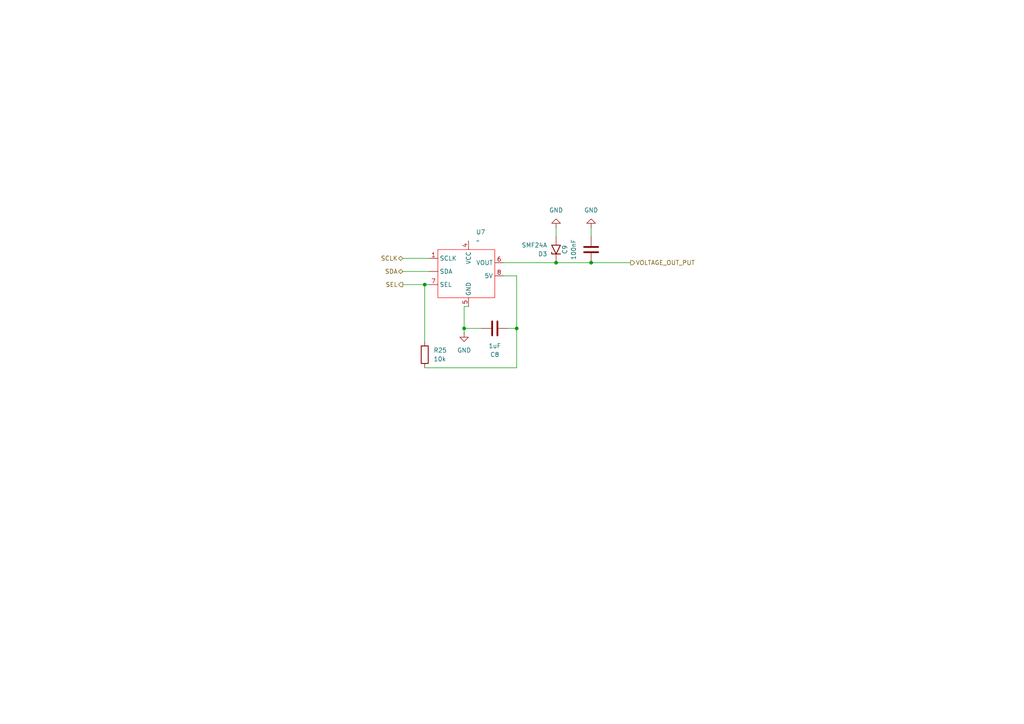
<source format=kicad_sch>
(kicad_sch
	(version 20250114)
	(generator "eeschema")
	(generator_version "9.0")
	(uuid "fa7e2a1f-5336-4079-a061-fb53b45f2363")
	(paper "A4")
	(lib_symbols
		(symbol "Device:C"
			(pin_numbers
				(hide yes)
			)
			(pin_names
				(offset 0.254)
			)
			(exclude_from_sim no)
			(in_bom yes)
			(on_board yes)
			(property "Reference" "C"
				(at 0.635 2.54 0)
				(effects
					(font
						(size 1.27 1.27)
					)
					(justify left)
				)
			)
			(property "Value" "C"
				(at 0.635 -2.54 0)
				(effects
					(font
						(size 1.27 1.27)
					)
					(justify left)
				)
			)
			(property "Footprint" ""
				(at 0.9652 -3.81 0)
				(effects
					(font
						(size 1.27 1.27)
					)
					(hide yes)
				)
			)
			(property "Datasheet" "~"
				(at 0 0 0)
				(effects
					(font
						(size 1.27 1.27)
					)
					(hide yes)
				)
			)
			(property "Description" "Unpolarized capacitor"
				(at 0 0 0)
				(effects
					(font
						(size 1.27 1.27)
					)
					(hide yes)
				)
			)
			(property "ki_keywords" "cap capacitor"
				(at 0 0 0)
				(effects
					(font
						(size 1.27 1.27)
					)
					(hide yes)
				)
			)
			(property "ki_fp_filters" "C_*"
				(at 0 0 0)
				(effects
					(font
						(size 1.27 1.27)
					)
					(hide yes)
				)
			)
			(symbol "C_0_1"
				(polyline
					(pts
						(xy -2.032 0.762) (xy 2.032 0.762)
					)
					(stroke
						(width 0.508)
						(type default)
					)
					(fill
						(type none)
					)
				)
				(polyline
					(pts
						(xy -2.032 -0.762) (xy 2.032 -0.762)
					)
					(stroke
						(width 0.508)
						(type default)
					)
					(fill
						(type none)
					)
				)
			)
			(symbol "C_1_1"
				(pin passive line
					(at 0 3.81 270)
					(length 2.794)
					(name "~"
						(effects
							(font
								(size 1.27 1.27)
							)
						)
					)
					(number "1"
						(effects
							(font
								(size 1.27 1.27)
							)
						)
					)
				)
				(pin passive line
					(at 0 -3.81 90)
					(length 2.794)
					(name "~"
						(effects
							(font
								(size 1.27 1.27)
							)
						)
					)
					(number "2"
						(effects
							(font
								(size 1.27 1.27)
							)
						)
					)
				)
			)
			(embedded_fonts no)
		)
		(symbol "Device:R"
			(pin_numbers
				(hide yes)
			)
			(pin_names
				(offset 0)
			)
			(exclude_from_sim no)
			(in_bom yes)
			(on_board yes)
			(property "Reference" "R"
				(at 2.032 0 90)
				(effects
					(font
						(size 1.27 1.27)
					)
				)
			)
			(property "Value" "R"
				(at 0 0 90)
				(effects
					(font
						(size 1.27 1.27)
					)
				)
			)
			(property "Footprint" ""
				(at -1.778 0 90)
				(effects
					(font
						(size 1.27 1.27)
					)
					(hide yes)
				)
			)
			(property "Datasheet" "~"
				(at 0 0 0)
				(effects
					(font
						(size 1.27 1.27)
					)
					(hide yes)
				)
			)
			(property "Description" "Resistor"
				(at 0 0 0)
				(effects
					(font
						(size 1.27 1.27)
					)
					(hide yes)
				)
			)
			(property "ki_keywords" "R res resistor"
				(at 0 0 0)
				(effects
					(font
						(size 1.27 1.27)
					)
					(hide yes)
				)
			)
			(property "ki_fp_filters" "R_*"
				(at 0 0 0)
				(effects
					(font
						(size 1.27 1.27)
					)
					(hide yes)
				)
			)
			(symbol "R_0_1"
				(rectangle
					(start -1.016 -2.54)
					(end 1.016 2.54)
					(stroke
						(width 0.254)
						(type default)
					)
					(fill
						(type none)
					)
				)
			)
			(symbol "R_1_1"
				(pin passive line
					(at 0 3.81 270)
					(length 1.27)
					(name "~"
						(effects
							(font
								(size 1.27 1.27)
							)
						)
					)
					(number "1"
						(effects
							(font
								(size 1.27 1.27)
							)
						)
					)
				)
				(pin passive line
					(at 0 -3.81 90)
					(length 1.27)
					(name "~"
						(effects
							(font
								(size 1.27 1.27)
							)
						)
					)
					(number "2"
						(effects
							(font
								(size 1.27 1.27)
							)
						)
					)
				)
			)
			(embedded_fonts no)
		)
		(symbol "Diode:SMF24A"
			(pin_numbers
				(hide yes)
			)
			(pin_names
				(offset 1.016)
				(hide yes)
			)
			(exclude_from_sim no)
			(in_bom yes)
			(on_board yes)
			(property "Reference" "D"
				(at 0 2.54 0)
				(effects
					(font
						(size 1.27 1.27)
					)
				)
			)
			(property "Value" "SMF24A"
				(at 0 -2.54 0)
				(effects
					(font
						(size 1.27 1.27)
					)
				)
			)
			(property "Footprint" "Diode_SMD:D_SMF"
				(at 0 -5.08 0)
				(effects
					(font
						(size 1.27 1.27)
					)
					(hide yes)
				)
			)
			(property "Datasheet" "https://www.vishay.com/doc?85881"
				(at -1.27 0 0)
				(effects
					(font
						(size 1.27 1.27)
					)
					(hide yes)
				)
			)
			(property "Description" "200W unidirectional Transil Transient Voltage Suppressor, 24Vrwm, SMF"
				(at 0 0 0)
				(effects
					(font
						(size 1.27 1.27)
					)
					(hide yes)
				)
			)
			(property "ki_keywords" "diode TVS voltage suppressor"
				(at 0 0 0)
				(effects
					(font
						(size 1.27 1.27)
					)
					(hide yes)
				)
			)
			(property "ki_fp_filters" "D*SMF*"
				(at 0 0 0)
				(effects
					(font
						(size 1.27 1.27)
					)
					(hide yes)
				)
			)
			(symbol "SMF24A_0_1"
				(polyline
					(pts
						(xy -0.762 1.27) (xy -1.27 1.27) (xy -1.27 -1.27)
					)
					(stroke
						(width 0.254)
						(type default)
					)
					(fill
						(type none)
					)
				)
				(polyline
					(pts
						(xy 1.27 1.27) (xy 1.27 -1.27) (xy -1.27 0) (xy 1.27 1.27)
					)
					(stroke
						(width 0.254)
						(type default)
					)
					(fill
						(type none)
					)
				)
			)
			(symbol "SMF24A_1_1"
				(pin passive line
					(at -3.81 0 0)
					(length 2.54)
					(name "A1"
						(effects
							(font
								(size 1.27 1.27)
							)
						)
					)
					(number "1"
						(effects
							(font
								(size 1.27 1.27)
							)
						)
					)
				)
				(pin passive line
					(at 3.81 0 180)
					(length 2.54)
					(name "A2"
						(effects
							(font
								(size 1.27 1.27)
							)
						)
					)
					(number "2"
						(effects
							(font
								(size 1.27 1.27)
							)
						)
					)
				)
			)
			(embedded_fonts no)
		)
		(symbol "flautolibrery:Relay"
			(exclude_from_sim no)
			(in_bom yes)
			(on_board yes)
			(property "Reference" "U"
				(at 0 0 0)
				(effects
					(font
						(size 1.27 1.27)
					)
				)
			)
			(property "Value" ""
				(at 0 0 0)
				(effects
					(font
						(size 1.27 1.27)
					)
				)
			)
			(property "Footprint" ""
				(at 0 0 0)
				(effects
					(font
						(size 1.27 1.27)
					)
					(hide yes)
				)
			)
			(property "Datasheet" ""
				(at 0 0 0)
				(effects
					(font
						(size 1.27 1.27)
					)
					(hide yes)
				)
			)
			(property "Description" ""
				(at 0 0 0)
				(effects
					(font
						(size 1.27 1.27)
					)
					(hide yes)
				)
			)
			(symbol "Relay_0_1"
				(rectangle
					(start 1.27 0)
					(end 17.78 -13.97)
					(stroke
						(width 0)
						(type default)
						(color 255 0 0 1)
					)
					(fill
						(type none)
					)
				)
			)
			(symbol "Relay_1_1"
				(pin input line
					(at -1.27 -2.54 0)
					(length 2.54)
					(name "SCLK"
						(effects
							(font
								(size 1.27 1.27)
							)
						)
					)
					(number "1"
						(effects
							(font
								(size 1.27 1.27)
							)
						)
					)
				)
				(pin input line
					(at -1.27 -6.35 0)
					(length 2.54)
					(name "SDA"
						(effects
							(font
								(size 1.27 1.27)
							)
						)
					)
					(number ""
						(effects
							(font
								(size 1.27 1.27)
							)
						)
					)
				)
				(pin input line
					(at -1.27 -10.16 0)
					(length 2.54)
					(name "SEL"
						(effects
							(font
								(size 1.27 1.27)
							)
						)
					)
					(number "7"
						(effects
							(font
								(size 1.27 1.27)
							)
						)
					)
				)
				(pin input line
					(at 10.16 2.54 270)
					(length 2.54)
					(name "VCC"
						(effects
							(font
								(size 1.27 1.27)
							)
						)
					)
					(number "4"
						(effects
							(font
								(size 1.27 1.27)
							)
						)
					)
				)
				(pin input line
					(at 10.16 -16.51 90)
					(length 2.54)
					(name "GND"
						(effects
							(font
								(size 1.27 1.27)
							)
						)
					)
					(number "5"
						(effects
							(font
								(size 1.27 1.27)
							)
						)
					)
				)
				(pin input line
					(at 20.32 -3.81 180)
					(length 2.54)
					(name "VOUT"
						(effects
							(font
								(size 1.27 1.27)
							)
						)
					)
					(number "6"
						(effects
							(font
								(size 1.27 1.27)
							)
						)
					)
				)
				(pin input line
					(at 20.32 -7.62 180)
					(length 2.54)
					(name "5V"
						(effects
							(font
								(size 1.27 1.27)
							)
						)
					)
					(number "8"
						(effects
							(font
								(size 1.27 1.27)
							)
						)
					)
				)
			)
			(embedded_fonts no)
		)
		(symbol "power:GND"
			(power)
			(pin_numbers
				(hide yes)
			)
			(pin_names
				(offset 0)
				(hide yes)
			)
			(exclude_from_sim no)
			(in_bom yes)
			(on_board yes)
			(property "Reference" "#PWR"
				(at 0 -6.35 0)
				(effects
					(font
						(size 1.27 1.27)
					)
					(hide yes)
				)
			)
			(property "Value" "GND"
				(at 0 -3.81 0)
				(effects
					(font
						(size 1.27 1.27)
					)
				)
			)
			(property "Footprint" ""
				(at 0 0 0)
				(effects
					(font
						(size 1.27 1.27)
					)
					(hide yes)
				)
			)
			(property "Datasheet" ""
				(at 0 0 0)
				(effects
					(font
						(size 1.27 1.27)
					)
					(hide yes)
				)
			)
			(property "Description" "Power symbol creates a global label with name \"GND\" , ground"
				(at 0 0 0)
				(effects
					(font
						(size 1.27 1.27)
					)
					(hide yes)
				)
			)
			(property "ki_keywords" "global power"
				(at 0 0 0)
				(effects
					(font
						(size 1.27 1.27)
					)
					(hide yes)
				)
			)
			(symbol "GND_0_1"
				(polyline
					(pts
						(xy 0 0) (xy 0 -1.27) (xy 1.27 -1.27) (xy 0 -2.54) (xy -1.27 -1.27) (xy 0 -1.27)
					)
					(stroke
						(width 0)
						(type default)
					)
					(fill
						(type none)
					)
				)
			)
			(symbol "GND_1_1"
				(pin power_in line
					(at 0 0 270)
					(length 0)
					(name "~"
						(effects
							(font
								(size 1.27 1.27)
							)
						)
					)
					(number "1"
						(effects
							(font
								(size 1.27 1.27)
							)
						)
					)
				)
			)
			(embedded_fonts no)
		)
	)
	(junction
		(at 134.62 95.25)
		(diameter 0)
		(color 0 0 0 0)
		(uuid "265c70d7-3ae4-48b8-91c5-c4793578b0c1")
	)
	(junction
		(at 161.29 76.2)
		(diameter 0)
		(color 0 0 0 0)
		(uuid "4128cf9e-d241-4e98-91de-6444de45c0ed")
	)
	(junction
		(at 171.45 76.2)
		(diameter 0)
		(color 0 0 0 0)
		(uuid "6dc8dea1-10ce-4af5-abf5-67a8399a08e8")
	)
	(junction
		(at 123.19 82.55)
		(diameter 0)
		(color 0 0 0 0)
		(uuid "e6ffa7d0-fafd-4616-bad1-860bc6bd9c3b")
	)
	(junction
		(at 149.86 95.25)
		(diameter 0)
		(color 0 0 0 0)
		(uuid "fc242f7d-22f1-4e48-b847-a34ce7fdd8a0")
	)
	(wire
		(pts
			(xy 171.45 76.2) (xy 161.29 76.2)
		)
		(stroke
			(width 0)
			(type default)
		)
		(uuid "0b3ba220-f9ae-40eb-925a-b4816a4cd9ff")
	)
	(wire
		(pts
			(xy 116.84 78.74) (xy 124.46 78.74)
		)
		(stroke
			(width 0)
			(type default)
		)
		(uuid "233f10fe-e6c9-4ec0-b0ac-8ec19b422e12")
	)
	(wire
		(pts
			(xy 134.62 95.25) (xy 139.7 95.25)
		)
		(stroke
			(width 0)
			(type default)
		)
		(uuid "51a8b2eb-d2dd-4a53-889f-9afad0da8040")
	)
	(wire
		(pts
			(xy 116.84 74.93) (xy 124.46 74.93)
		)
		(stroke
			(width 0)
			(type default)
		)
		(uuid "56257806-d901-4c8f-8e0a-65fa4c3fa7f0")
	)
	(wire
		(pts
			(xy 134.62 95.25) (xy 134.62 96.52)
		)
		(stroke
			(width 0)
			(type default)
		)
		(uuid "56d6f1a5-90fa-4a04-bf5c-5c376e14327d")
	)
	(wire
		(pts
			(xy 149.86 80.01) (xy 149.86 95.25)
		)
		(stroke
			(width 0)
			(type default)
		)
		(uuid "58ceaf27-bccf-4fbf-a82c-e87b8db885d8")
	)
	(wire
		(pts
			(xy 146.05 76.2) (xy 161.29 76.2)
		)
		(stroke
			(width 0)
			(type default)
		)
		(uuid "611d7a15-abaa-42c2-a193-b74d0993dab8")
	)
	(wire
		(pts
			(xy 146.05 80.01) (xy 149.86 80.01)
		)
		(stroke
			(width 0)
			(type default)
		)
		(uuid "6920e68f-45cc-4d07-aa0a-cd4570b17555")
	)
	(wire
		(pts
			(xy 149.86 95.25) (xy 149.86 106.68)
		)
		(stroke
			(width 0)
			(type default)
		)
		(uuid "6d7f798f-d0f4-4002-861f-795de1736fdc")
	)
	(wire
		(pts
			(xy 171.45 76.2) (xy 182.88 76.2)
		)
		(stroke
			(width 0)
			(type default)
		)
		(uuid "704013f4-a974-40ba-97f7-d3af4606d128")
	)
	(wire
		(pts
			(xy 123.19 82.55) (xy 123.19 99.06)
		)
		(stroke
			(width 0)
			(type default)
		)
		(uuid "7f0870e0-70f9-46f2-a64c-9944be05b990")
	)
	(wire
		(pts
			(xy 147.32 95.25) (xy 149.86 95.25)
		)
		(stroke
			(width 0)
			(type default)
		)
		(uuid "96ca1f1e-0880-43cf-898d-581c7221af5f")
	)
	(wire
		(pts
			(xy 161.29 68.58) (xy 161.29 66.04)
		)
		(stroke
			(width 0)
			(type default)
		)
		(uuid "a44dbefa-fa29-4ac8-b49d-12838ce2919b")
	)
	(wire
		(pts
			(xy 123.19 106.68) (xy 149.86 106.68)
		)
		(stroke
			(width 0)
			(type default)
		)
		(uuid "a7bf3565-31e1-4f22-bbad-a450be628908")
	)
	(wire
		(pts
			(xy 134.62 88.9) (xy 134.62 95.25)
		)
		(stroke
			(width 0)
			(type default)
		)
		(uuid "a82dd4fa-e7df-4811-9d44-d35209afbc4e")
	)
	(wire
		(pts
			(xy 116.84 82.55) (xy 123.19 82.55)
		)
		(stroke
			(width 0)
			(type default)
		)
		(uuid "abc43f37-8257-4451-8bb0-d47172dadcaa")
	)
	(wire
		(pts
			(xy 134.62 88.9) (xy 135.89 88.9)
		)
		(stroke
			(width 0)
			(type default)
		)
		(uuid "b77b5b2d-58f4-46df-b0c1-b18dbd585d85")
	)
	(wire
		(pts
			(xy 171.45 68.58) (xy 171.45 66.04)
		)
		(stroke
			(width 0)
			(type default)
		)
		(uuid "ca3ecc29-8aee-4c69-b451-e5226eae3a3d")
	)
	(wire
		(pts
			(xy 123.19 82.55) (xy 124.46 82.55)
		)
		(stroke
			(width 0)
			(type default)
		)
		(uuid "e10e4e01-145b-40ad-94b2-73c7428f0c45")
	)
	(hierarchical_label "VOLTAGE_OUT_PUT"
		(shape output)
		(at 182.88 76.2 0)
		(effects
			(font
				(size 1.27 1.27)
			)
			(justify left)
		)
		(uuid "2dffbdf9-74f6-4a9a-90b5-5fc2ac3a7581")
	)
	(hierarchical_label "SEL"
		(shape output)
		(at 116.84 82.55 180)
		(effects
			(font
				(size 1.27 1.27)
			)
			(justify right)
		)
		(uuid "77a073ae-aa18-40d9-87cf-1d9ec6bd8856")
	)
	(hierarchical_label "SCLK"
		(shape bidirectional)
		(at 116.84 74.93 180)
		(effects
			(font
				(size 1.27 1.27)
			)
			(justify right)
		)
		(uuid "abd463f8-fd7d-4721-bd8a-29ed45bd0846")
	)
	(hierarchical_label "SDA"
		(shape bidirectional)
		(at 116.84 78.74 180)
		(effects
			(font
				(size 1.27 1.27)
			)
			(justify right)
		)
		(uuid "efd470ed-541c-4107-aa57-47fa493ff302")
	)
	(symbol
		(lib_id "power:GND")
		(at 134.62 96.52 0)
		(unit 1)
		(exclude_from_sim no)
		(in_bom yes)
		(on_board yes)
		(dnp no)
		(fields_autoplaced yes)
		(uuid "0d36b151-1690-4e53-ac0a-4b56dace1e06")
		(property "Reference" "#PWR049"
			(at 134.62 102.87 0)
			(effects
				(font
					(size 1.27 1.27)
				)
				(hide yes)
			)
		)
		(property "Value" "GND"
			(at 134.62 101.6 0)
			(effects
				(font
					(size 1.27 1.27)
				)
			)
		)
		(property "Footprint" ""
			(at 134.62 96.52 0)
			(effects
				(font
					(size 1.27 1.27)
				)
				(hide yes)
			)
		)
		(property "Datasheet" ""
			(at 134.62 96.52 0)
			(effects
				(font
					(size 1.27 1.27)
				)
				(hide yes)
			)
		)
		(property "Description" "Power symbol creates a global label with name \"GND\" , ground"
			(at 134.62 96.52 0)
			(effects
				(font
					(size 1.27 1.27)
				)
				(hide yes)
			)
		)
		(pin "1"
			(uuid "6ae02edb-08f9-405c-a30d-29f52d2ca84d")
		)
		(instances
			(project "NIVARA PROJECT"
				(path "/dc6fb271-dfd0-4448-98f1-862b1cc93a80/2ca62569-d560-4cca-9470-52fd378086ae/4c56bdff-2384-434c-a91f-ac1414e948f2"
					(reference "#PWR049")
					(unit 1)
				)
			)
		)
	)
	(symbol
		(lib_id "power:GND")
		(at 171.45 66.04 180)
		(unit 1)
		(exclude_from_sim no)
		(in_bom yes)
		(on_board yes)
		(dnp no)
		(fields_autoplaced yes)
		(uuid "25271649-edc0-445f-a390-d10ccf341085")
		(property "Reference" "#PWR040"
			(at 171.45 59.69 0)
			(effects
				(font
					(size 1.27 1.27)
				)
				(hide yes)
			)
		)
		(property "Value" "GND"
			(at 171.45 60.96 0)
			(effects
				(font
					(size 1.27 1.27)
				)
			)
		)
		(property "Footprint" ""
			(at 171.45 66.04 0)
			(effects
				(font
					(size 1.27 1.27)
				)
				(hide yes)
			)
		)
		(property "Datasheet" ""
			(at 171.45 66.04 0)
			(effects
				(font
					(size 1.27 1.27)
				)
				(hide yes)
			)
		)
		(property "Description" "Power symbol creates a global label with name \"GND\" , ground"
			(at 171.45 66.04 0)
			(effects
				(font
					(size 1.27 1.27)
				)
				(hide yes)
			)
		)
		(pin "1"
			(uuid "66c059af-cbc3-44e5-8ebe-eae55ede84ea")
		)
		(instances
			(project "NIVARA PROJECT"
				(path "/dc6fb271-dfd0-4448-98f1-862b1cc93a80/2ca62569-d560-4cca-9470-52fd378086ae/4c56bdff-2384-434c-a91f-ac1414e948f2"
					(reference "#PWR040")
					(unit 1)
				)
			)
		)
	)
	(symbol
		(lib_id "power:GND")
		(at 161.29 66.04 180)
		(unit 1)
		(exclude_from_sim no)
		(in_bom yes)
		(on_board yes)
		(dnp no)
		(fields_autoplaced yes)
		(uuid "662b6e9a-245d-4a1f-b92b-f2a9faa0457a")
		(property "Reference" "#PWR046"
			(at 161.29 59.69 0)
			(effects
				(font
					(size 1.27 1.27)
				)
				(hide yes)
			)
		)
		(property "Value" "GND"
			(at 161.29 60.96 0)
			(effects
				(font
					(size 1.27 1.27)
				)
			)
		)
		(property "Footprint" ""
			(at 161.29 66.04 0)
			(effects
				(font
					(size 1.27 1.27)
				)
				(hide yes)
			)
		)
		(property "Datasheet" ""
			(at 161.29 66.04 0)
			(effects
				(font
					(size 1.27 1.27)
				)
				(hide yes)
			)
		)
		(property "Description" "Power symbol creates a global label with name \"GND\" , ground"
			(at 161.29 66.04 0)
			(effects
				(font
					(size 1.27 1.27)
				)
				(hide yes)
			)
		)
		(pin "1"
			(uuid "21e7dea8-dc65-49ba-b955-ef1b8542ed03")
		)
		(instances
			(project "NIVARA PROJECT"
				(path "/dc6fb271-dfd0-4448-98f1-862b1cc93a80/2ca62569-d560-4cca-9470-52fd378086ae/4c56bdff-2384-434c-a91f-ac1414e948f2"
					(reference "#PWR046")
					(unit 1)
				)
			)
		)
	)
	(symbol
		(lib_id "Diode:SMF24A")
		(at 161.29 72.39 90)
		(unit 1)
		(exclude_from_sim no)
		(in_bom yes)
		(on_board yes)
		(dnp no)
		(fields_autoplaced yes)
		(uuid "70958a0c-14cd-498d-96c7-6784d8276f5e")
		(property "Reference" "D3"
			(at 158.75 73.6601 90)
			(effects
				(font
					(size 1.27 1.27)
				)
				(justify left)
			)
		)
		(property "Value" "SMF24A"
			(at 158.75 71.1201 90)
			(effects
				(font
					(size 1.27 1.27)
				)
				(justify left)
			)
		)
		(property "Footprint" "Diode_SMD:D_SMF"
			(at 166.37 72.39 0)
			(effects
				(font
					(size 1.27 1.27)
				)
				(hide yes)
			)
		)
		(property "Datasheet" "https://www.vishay.com/doc?85881"
			(at 161.29 73.66 0)
			(effects
				(font
					(size 1.27 1.27)
				)
				(hide yes)
			)
		)
		(property "Description" "200W unidirectional Transil Transient Voltage Suppressor, 24Vrwm, SMF"
			(at 161.29 72.39 0)
			(effects
				(font
					(size 1.27 1.27)
				)
				(hide yes)
			)
		)
		(property "LCSC#" "C7495269"
			(at 161.29 72.39 90)
			(effects
				(font
					(size 1.27 1.27)
				)
				(hide yes)
			)
		)
		(pin "1"
			(uuid "5d6114e7-4d01-46e9-b6f8-13b34735f7d8")
		)
		(pin "2"
			(uuid "20826ab0-bcd0-4e56-a872-7397b8be6b21")
		)
		(instances
			(project "NIVARA PROJECT"
				(path "/dc6fb271-dfd0-4448-98f1-862b1cc93a80/2ca62569-d560-4cca-9470-52fd378086ae/4c56bdff-2384-434c-a91f-ac1414e948f2"
					(reference "D3")
					(unit 1)
				)
			)
		)
	)
	(symbol
		(lib_id "flautolibrery:Relay")
		(at 125.73 72.39 0)
		(unit 1)
		(exclude_from_sim no)
		(in_bom yes)
		(on_board yes)
		(dnp no)
		(fields_autoplaced yes)
		(uuid "94bc63b2-8794-4913-a2d1-e854e1ccca34")
		(property "Reference" "U7"
			(at 138.0333 67.31 0)
			(effects
				(font
					(size 1.27 1.27)
				)
				(justify left)
			)
		)
		(property "Value" "~"
			(at 138.0333 69.85 0)
			(effects
				(font
					(size 1.27 1.27)
				)
				(justify left)
			)
		)
		(property "Footprint" ""
			(at 125.73 72.39 0)
			(effects
				(font
					(size 1.27 1.27)
				)
				(hide yes)
			)
		)
		(property "Datasheet" ""
			(at 125.73 72.39 0)
			(effects
				(font
					(size 1.27 1.27)
				)
				(hide yes)
			)
		)
		(property "Description" ""
			(at 125.73 72.39 0)
			(effects
				(font
					(size 1.27 1.27)
				)
				(hide yes)
			)
		)
		(pin "1"
			(uuid "0af5fda0-169f-49bc-88e7-203c7f5eaaeb")
		)
		(pin "7"
			(uuid "8afd675b-2cd7-43cc-83a5-e4999fd061b6")
		)
		(pin "5"
			(uuid "8c449d4b-7c7b-445e-8149-a5bccbdeda63")
		)
		(pin "4"
			(uuid "717570fb-a97f-4c4a-8ec9-562dd346ed70")
		)
		(pin "6"
			(uuid "6a5294dd-f04d-4b50-87a8-ead094298e71")
		)
		(pin "8"
			(uuid "c5003df7-b204-48a2-badf-604f49adbbfd")
		)
		(pin ""
			(uuid "21600f02-f5bf-4235-bb0a-ecef544417ef")
		)
		(instances
			(project ""
				(path "/dc6fb271-dfd0-4448-98f1-862b1cc93a80/2ca62569-d560-4cca-9470-52fd378086ae/4c56bdff-2384-434c-a91f-ac1414e948f2"
					(reference "U7")
					(unit 1)
				)
			)
		)
	)
	(symbol
		(lib_id "Device:R")
		(at 123.19 102.87 180)
		(unit 1)
		(exclude_from_sim no)
		(in_bom yes)
		(on_board yes)
		(dnp no)
		(fields_autoplaced yes)
		(uuid "a233164b-fcdc-4d17-8da8-bf265ffd32dd")
		(property "Reference" "R25"
			(at 125.73 101.5999 0)
			(effects
				(font
					(size 1.27 1.27)
				)
				(justify right)
			)
		)
		(property "Value" "10k"
			(at 125.73 104.1399 0)
			(effects
				(font
					(size 1.27 1.27)
				)
				(justify right)
			)
		)
		(property "Footprint" ""
			(at 124.968 102.87 90)
			(effects
				(font
					(size 1.27 1.27)
				)
				(hide yes)
			)
		)
		(property "Datasheet" "~"
			(at 123.19 102.87 0)
			(effects
				(font
					(size 1.27 1.27)
				)
				(hide yes)
			)
		)
		(property "Description" "Resistor"
			(at 123.19 102.87 0)
			(effects
				(font
					(size 1.27 1.27)
				)
				(hide yes)
			)
		)
		(pin "2"
			(uuid "81a7fdfc-dd49-43db-b6f1-d2cced71025b")
		)
		(pin "1"
			(uuid "1d07b5c9-e5b7-405d-a3c7-87a1f91ef58b")
		)
		(instances
			(project "NIVARA PROJECT"
				(path "/dc6fb271-dfd0-4448-98f1-862b1cc93a80/2ca62569-d560-4cca-9470-52fd378086ae/4c56bdff-2384-434c-a91f-ac1414e948f2"
					(reference "R25")
					(unit 1)
				)
			)
		)
	)
	(symbol
		(lib_id "Device:C")
		(at 171.45 72.39 0)
		(unit 1)
		(exclude_from_sim no)
		(in_bom yes)
		(on_board yes)
		(dnp no)
		(uuid "a3a56231-f733-49af-9798-7460c1d7c22c")
		(property "Reference" "C9"
			(at 163.83 72.39 90)
			(effects
				(font
					(size 1.27 1.27)
				)
			)
		)
		(property "Value" "100nF"
			(at 166.37 72.39 90)
			(effects
				(font
					(size 1.27 1.27)
				)
			)
		)
		(property "Footprint" ""
			(at 172.4152 76.2 0)
			(effects
				(font
					(size 1.27 1.27)
				)
				(hide yes)
			)
		)
		(property "Datasheet" "~"
			(at 171.45 72.39 0)
			(effects
				(font
					(size 1.27 1.27)
				)
				(hide yes)
			)
		)
		(property "Description" "Unpolarized capacitor"
			(at 171.45 72.39 0)
			(effects
				(font
					(size 1.27 1.27)
				)
				(hide yes)
			)
		)
		(pin "2"
			(uuid "a05c29d2-a643-49a8-936b-fe56f2c86340")
		)
		(pin "1"
			(uuid "b6f6d227-0bc6-469d-b883-aa820dc9b202")
		)
		(instances
			(project "NIVARA PROJECT"
				(path "/dc6fb271-dfd0-4448-98f1-862b1cc93a80/2ca62569-d560-4cca-9470-52fd378086ae/4c56bdff-2384-434c-a91f-ac1414e948f2"
					(reference "C9")
					(unit 1)
				)
			)
		)
	)
	(symbol
		(lib_id "Device:C")
		(at 143.51 95.25 90)
		(unit 1)
		(exclude_from_sim no)
		(in_bom yes)
		(on_board yes)
		(dnp no)
		(uuid "c9593574-a8e0-4ccf-804f-cdf0ac837379")
		(property "Reference" "C8"
			(at 143.51 102.87 90)
			(effects
				(font
					(size 1.27 1.27)
				)
			)
		)
		(property "Value" "1uF"
			(at 143.51 100.33 90)
			(effects
				(font
					(size 1.27 1.27)
				)
			)
		)
		(property "Footprint" ""
			(at 147.32 94.2848 0)
			(effects
				(font
					(size 1.27 1.27)
				)
				(hide yes)
			)
		)
		(property "Datasheet" "~"
			(at 143.51 95.25 0)
			(effects
				(font
					(size 1.27 1.27)
				)
				(hide yes)
			)
		)
		(property "Description" "Unpolarized capacitor"
			(at 143.51 95.25 0)
			(effects
				(font
					(size 1.27 1.27)
				)
				(hide yes)
			)
		)
		(pin "2"
			(uuid "5b342274-4dc6-470e-b69a-db0d4332508f")
		)
		(pin "1"
			(uuid "d0fcd73d-bdb2-45d3-bfe6-5ee25d043023")
		)
		(instances
			(project "NIVARA PROJECT"
				(path "/dc6fb271-dfd0-4448-98f1-862b1cc93a80/2ca62569-d560-4cca-9470-52fd378086ae/4c56bdff-2384-434c-a91f-ac1414e948f2"
					(reference "C8")
					(unit 1)
				)
			)
		)
	)
)

</source>
